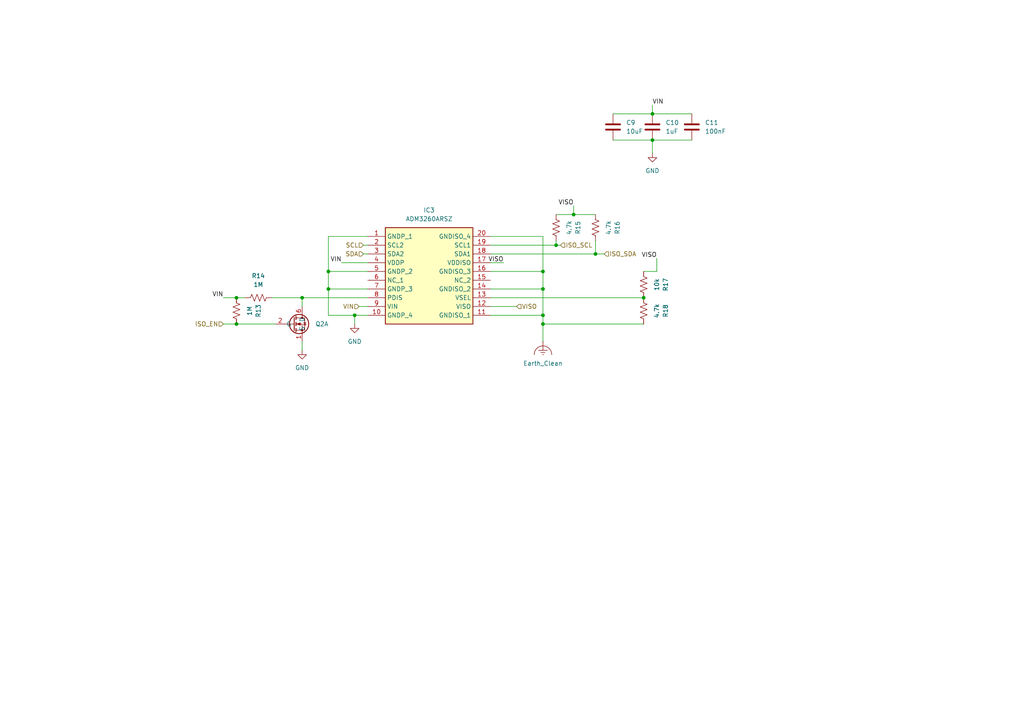
<source format=kicad_sch>
(kicad_sch (version 20250114) (generator "eeschema") (generator_version "9.0")
  (paper "A4")
  (lib_symbols
    (symbol "Device:C" (pin_numbers (hide yes)) (pin_names (offset 0.254))
      (property "Reference" "C" (at 0.635 2.54 0))
      (property "Value" "C" (at 0.635 -2.54 0))
      (symbol "C_0_1"
        (polyline (pts (xy -2.032 0.762) (xy 2.032 0.762)) (stroke (width 0.508)))
        (polyline (pts (xy -2.032 -0.762) (xy 2.032 -0.762)) (stroke (width 0.508)))
      )
      (symbol "C_1_1"
        (pin passive line (at 0 3.81 270) (length 2.794) (name "~") (number "1"))
        (pin passive line (at 0 -3.81 90) (length 2.794) (name "~") (number "2"))
      )
    )
    (symbol "Device:R_US" (pin_numbers (hide yes)) (pin_names (offset 0))
      (property "Reference" "R" (at 2.54 0 90))
      (property "Value" "R_US" (at -2.54 0 90))
      (symbol "R_US_0_1"
        (polyline (pts (xy 0 2.286) (xy 0 2.54)))
        (polyline (pts (xy 0 2.286) (xy 1.016 1.905) (xy 0 1.524) (xy -1.016 1.143) (xy 0 0.762)))
        (polyline (pts (xy 0 0.762) (xy 1.016 0.381) (xy 0 0) (xy -1.016 -0.381) (xy 0 -0.762)))
        (polyline (pts (xy 0 -0.762) (xy 1.016 -1.143) (xy 0 -1.524) (xy -1.016 -1.905) (xy 0 -2.286)))
        (polyline (pts (xy 0 -2.286) (xy 0 -2.54)))
      )
      (symbol "R_US_1_1"
        (pin passive line (at 0 3.81 270) (length 1.27) (name "~") (number "1"))
        (pin passive line (at 0 -3.81 90) (length 1.27) (name "~") (number "2"))
      )
    )
    (symbol "SamacSys_Parts:ADM3260ARSZ"
      (property "Reference" "IC" (at 31.75 7.62 0))
      (property "Value" "ADM3260ARSZ" (at 31.75 5.08 0))
      (symbol "ADM3260ARSZ_1_1"
        (rectangle (start 5.08 2.54) (end 30.48 -25.4) (stroke (width 0.254)) (fill (type background)))
        (pin passive line (at 0 0 0) (length 5.08) (name "GNDP_1") (number "1"))
        (pin passive line (at 0 -2.54 0) (length 5.08) (name "SCL2") (number "2"))
        (pin passive line (at 0 -5.08 0) (length 5.08) (name "SDA2") (number "3"))
        (pin passive line (at 0 -7.62 0) (length 5.08) (name "VDDP") (number "4"))
        (pin passive line (at 0 -10.16 0) (length 5.08) (name "GNDP_2") (number "5"))
        (pin passive line (at 0 -12.7 0) (length 5.08) (name "NC_1") (number "6"))
        (pin passive line (at 0 -15.24 0) (length 5.08) (name "GNDP_3") (number "7"))
        (pin passive line (at 0 -17.78 0) (length 5.08) (name "PDIS") (number "8"))
        (pin passive line (at 0 -20.32 0) (length 5.08) (name "VIN") (number "9"))
        (pin passive line (at 0 -22.86 0) (length 5.08) (name "GNDP_4") (number "10"))
        (pin passive line (at 35.56 0 180) (length 5.08) (name "GNDISO_4") (number "20"))
        (pin passive line (at 35.56 -2.54 180) (length 5.08) (name "SCL1") (number "19"))
        (pin passive line (at 35.56 -5.08 180) (length 5.08) (name "SDA1") (number "18"))
        (pin passive line (at 35.56 -7.62 180) (length 5.08) (name "VDDISO") (number "17"))
        (pin passive line (at 35.56 -10.16 180) (length 5.08) (name "GNDISO_3") (number "16"))
        (pin passive line (at 35.56 -12.7 180) (length 5.08) (name "NC_2") (number "15"))
        (pin passive line (at 35.56 -15.24 180) (length 5.08) (name "GNDISO_2") (number "14"))
        (pin passive line (at 35.56 -17.78 180) (length 5.08) (name "VSEL") (number "13"))
        (pin passive line (at 35.56 -20.32 180) (length 5.08) (name "VISO") (number "12"))
        (pin passive line (at 35.56 -22.86 180) (length 5.08) (name "GNDISO_1") (number "11"))
      )
    )
    (symbol "SamacSys_Parts:SSM6N35AFE,LF"
      (property "Reference" "Q" (at 2.794 6.604 0))
      (symbol "SSM6N35AFE,LF_1_1"
        (polyline (pts (xy -1.016 1.905) (xy -1.016 -1.905)) (stroke (width 0.254)))
        (polyline (pts (xy -1.016 0) (xy -3.81 0)))
        (polyline (pts (xy -0.508 2.286) (xy -0.508 1.27)) (stroke (width 0.254)))
        (polyline (pts (xy -0.508 0.508) (xy -0.508 -0.508)) (stroke (width 0.254)))
        (polyline (pts (xy -0.508 -1.27) (xy -0.508 -2.286)) (stroke (width 0.254)))
        (polyline (pts (xy -0.508 -1.778) (xy 2.032 -1.778) (xy 2.032 1.778) (xy -0.508 1.778)))
        (polyline (pts (xy -0.254 0) (xy 0.762 0.381) (xy 0.762 -0.381) (xy -0.254 0)) (fill (type outline)))
        (circle (center 0.381 0) (radius 2.794) (stroke (width 0.254)))
        (polyline (pts (xy 1.27 2.54) (xy 1.27 1.778)))
        (circle (center 1.27 1.778) (radius 0.254) (fill (type outline)))
        (circle (center 1.27 -1.778) (radius 0.254) (fill (type outline)))
        (polyline (pts (xy 1.27 -2.54) (xy 1.27 0) (xy -0.508 0)))
        (polyline (pts (xy 1.651 0.381) (xy 2.413 0.381)))
        (polyline (pts (xy 2.032 0.381) (xy 1.651 -0.254) (xy 2.413 -0.254) (xy 2.032 0.381)))
        (pin input line (at -6.35 0 0) (length 2.54) (name "G") (number "2"))
        (pin passive line (at 1.27 5.08 270) (length 2.54) (name "D") (number "6"))
        (pin passive line (at 1.27 -5.08 90) (length 2.54) (name "S") (number "1"))
      )
      (symbol "SSM6N35AFE,LF_2_1"
        (polyline (pts (xy -1.016 1.905) (xy -1.016 -1.905)) (stroke (width 0.254)))
        (polyline (pts (xy -1.016 0) (xy -3.81 0)))
        (polyline (pts (xy -0.508 2.286) (xy -0.508 1.27)) (stroke (width 0.254)))
        (polyline (pts (xy -0.508 0.508) (xy -0.508 -0.508)) (stroke (width 0.254)))
        (polyline (pts (xy -0.508 -1.27) (xy -0.508 -2.286)) (stroke (width 0.254)))
        (polyline (pts (xy -0.508 -1.778) (xy 2.032 -1.778) (xy 2.032 1.778) (xy -0.508 1.778)))
        (polyline (pts (xy -0.254 0) (xy 0.762 0.381) (xy 0.762 -0.381) (xy -0.254 0)) (fill (type outline)))
        (circle (center 0.381 0) (radius 2.794) (stroke (width 0.254)))
        (polyline (pts (xy 1.27 2.54) (xy 1.27 1.778)))
        (circle (center 1.27 1.778) (radius 0.254) (fill (type outline)))
        (circle (center 1.27 -1.778) (radius 0.254) (fill (type outline)))
        (polyline (pts (xy 1.27 -2.54) (xy 1.27 0) (xy -0.508 0)))
        (polyline (pts (xy 1.651 0.381) (xy 2.413 0.381)))
        (polyline (pts (xy 2.032 0.381) (xy 1.651 -0.254) (xy 2.413 -0.254) (xy 2.032 0.381)))
        (pin input line (at -6.35 0 0) (length 2.54) (name "G") (number "5"))
        (pin passive line (at 1.27 5.08 270) (length 2.54) (name "D") (number "3"))
        (pin passive line (at 1.27 -5.08 90) (length 2.54) (name "S") (number "4"))
      )
    )
    (symbol "power:Earth_Clean" (power) (pin_numbers (hide yes)) (pin_names (offset 0) (hide yes))
      (property "Value" "Earth_Clean" (at 0 -5.08 0))
      (symbol "Earth_Clean_0_1"
        (polyline (pts (xy -0.635 -3.175) (xy 0.635 -3.175)))
        (polyline (pts (xy -0.127 -3.81) (xy 0.127 -3.81)))
        (polyline (pts (xy 0 -2.54) (xy 0 0)))
        (arc (start -2.54 -3.81) (mid 0 -1.281) (end 2.54 -3.81))
        (polyline (pts (xy 1.27 -2.54) (xy -1.27 -2.54)))
      )
      (symbol "Earth_Clean_1_1"
        (pin power_in line (at 0 0 270) (length 0) (name "~") (number "1"))
      )
    )
    (symbol "power:GND" (power) (pin_numbers (hide yes)) (pin_names (offset 0) (hide yes))
      (property "Value" "GND" (at 0 -3.81 0))
      (symbol "GND_0_1"
        (polyline (pts (xy 0 0) (xy 0 -1.27) (xy 1.27 -1.27) (xy 0 -2.54) (xy -1.27 -1.27) (xy 0 -1.27)))
      )
      (symbol "GND_1_1"
        (pin power_in line (at 0 0 270) (length 0) (name "~") (number "1"))
      )
    )
  )
  (junction (at 157.48 78.74))
  (junction (at 68.58 93.98))
  (junction (at 189.23 33.02))
  (junction (at 68.58 86.36))
  (junction (at 166.37 62.23))
  (junction (at 189.23 40.64))
  (junction (at 95.25 83.82))
  (junction (at 157.48 83.82))
  (junction (at 157.48 91.44))
  (junction (at 87.63 86.36))
  (junction (at 95.25 78.74))
  (junction (at 186.69 86.36))
  (junction (at 102.87 91.44))
  (junction (at 161.29 71.12))
  (junction (at 157.48 93.98))
  (junction (at 172.72 73.66))
  (wire (pts (xy 102.87 91.44) (xy 102.87 93.98)))
  (wire (pts (xy 95.25 78.74) (xy 95.25 83.82)))
  (wire (pts (xy 161.29 71.12) (xy 142.24 71.12)))
  (wire (pts (xy 106.68 88.9) (xy 104.14 88.9)))
  (wire (pts (xy 95.25 83.82) (xy 95.25 91.44)))
  (wire (pts (xy 172.72 69.85) (xy 172.72 73.66)))
  (wire (pts (xy 105.41 71.12) (xy 106.68 71.12)))
  (wire (pts (xy 186.69 93.98) (xy 157.48 93.98)))
  (wire (pts (xy 157.48 83.82) (xy 142.24 83.82)))
  (wire (pts (xy 177.8 33.02) (xy 189.23 33.02)))
  (wire (pts (xy 175.26 73.66) (xy 172.72 73.66)))
  (wire (pts (xy 189.23 33.02) (xy 200.66 33.02)))
  (wire (pts (xy 106.68 86.36) (xy 87.63 86.36)))
  (wire (pts (xy 157.48 83.82) (xy 157.48 78.74)))
  (wire (pts (xy 157.48 78.74) (xy 142.24 78.74)))
  (wire (pts (xy 172.72 62.23) (xy 166.37 62.23)))
  (wire (pts (xy 142.24 73.66) (xy 172.72 73.66)))
  (wire (pts (xy 157.48 91.44) (xy 157.48 83.82)))
  (wire (pts (xy 95.25 68.58) (xy 95.25 78.74)))
  (wire (pts (xy 157.48 91.44) (xy 142.24 91.44)))
  (wire (pts (xy 190.5 74.93) (xy 190.5 78.74)))
  (wire (pts (xy 106.68 78.74) (xy 95.25 78.74)))
  (wire (pts (xy 186.69 86.36) (xy 142.24 86.36)))
  (wire (pts (xy 106.68 91.44) (xy 102.87 91.44)))
  (wire (pts (xy 166.37 62.23) (xy 161.29 62.23)))
  (wire (pts (xy 149.86 88.9) (xy 142.24 88.9)))
  (wire (pts (xy 161.29 69.85) (xy 161.29 71.12)))
  (wire (pts (xy 166.37 59.69) (xy 166.37 62.23)))
  (wire (pts (xy 87.63 86.36) (xy 78.74 86.36)))
  (wire (pts (xy 146.05 76.2) (xy 142.24 76.2)))
  (wire (pts (xy 189.23 40.64) (xy 200.66 40.64)))
  (wire (pts (xy 95.25 91.44) (xy 102.87 91.44)))
  (wire (pts (xy 68.58 86.36) (xy 64.77 86.36)))
  (wire (pts (xy 157.48 91.44) (xy 157.48 93.98)))
  (wire (pts (xy 71.12 86.36) (xy 68.58 86.36)))
  (wire (pts (xy 190.5 78.74) (xy 186.69 78.74)))
  (wire (pts (xy 106.68 68.58) (xy 95.25 68.58)))
  (wire (pts (xy 177.8 40.64) (xy 189.23 40.64)))
  (wire (pts (xy 157.48 68.58) (xy 157.48 78.74)))
  (wire (pts (xy 87.63 88.9) (xy 87.63 86.36)))
  (wire (pts (xy 157.48 99.06) (xy 157.48 93.98)))
  (wire (pts (xy 68.58 93.98) (xy 64.77 93.98)))
  (wire (pts (xy 161.29 71.12) (xy 162.56 71.12)))
  (wire (pts (xy 157.48 68.58) (xy 142.24 68.58)))
  (wire (pts (xy 105.41 73.66) (xy 106.68 73.66)))
  (wire (pts (xy 80.01 93.98) (xy 68.58 93.98)))
  (wire (pts (xy 189.23 40.64) (xy 189.23 44.45)))
  (wire (pts (xy 106.68 76.2) (xy 99.06 76.2)))
  (wire (pts (xy 87.63 99.06) (xy 87.63 101.6)))
  (wire (pts (xy 189.23 30.48) (xy 189.23 33.02)))
  (wire (pts (xy 106.68 83.82) (xy 95.25 83.82)))
  (label "VISO" (at 146.05 76.2 180))
  (label "VIN" (at 64.77 86.36 180))
  (label "VIN" (at 189.23 30.48 0))
  (label "VISO" (at 190.5 74.93 180))
  (label "VISO" (at 166.37 59.69 180))
  (label "VIN" (at 99.06 76.2 180))
  (hierarchical_label "VISO" (shape input) (at 149.86 88.9 0))
  (hierarchical_label "VIN" (shape input) (at 104.14 88.9 180))
  (hierarchical_label "SCL" (shape input) (at 105.41 71.12 180))
  (hierarchical_label "SDA" (shape input) (at 105.41 73.66 180))
  (hierarchical_label "ISO_EN" (shape input) (at 64.77 93.98 180))
  (hierarchical_label "ISO_SDA" (shape input) (at 175.26 73.66 0))
  (hierarchical_label "ISO_SCL" (shape input) (at 162.56 71.12 0))
  (symbol (lib_id "power:GND") (at 102.87 93.98 0) (mirror y) (unit 1)
    (property "Reference" "#PWR026" (effects (hide yes)))
    (property "Value" "GND" (at 102.87 99.06 0))
    (property "Description" "Power symbol creates a global label with name \"GND\" , ground" (effects (hide yes)))
  )
  (symbol (lib_id "power:GND") (at 87.63 101.6 0) (mirror y) (unit 1)
    (property "Reference" "#PWR025" (effects (hide yes)))
    (property "Value" "GND" (at 87.63 106.68 0))
    (property "Description" "Power symbol creates a global label with name \"GND\" , ground" (effects (hide yes)))
  )
  (symbol (lib_id "SamacSys_Parts:ADM3260ARSZ") (at 106.68 68.58 0) (unit 1)
    (property "Reference" "IC3" (at 124.46 60.96 0))
    (property "Value" "ADM3260ARSZ" (at 124.46 63.5 0))
    (property "Footprint" "SamacSys_Parts:SOP65P780X200-20N" (effects (hide yes)))
    (property "Description" "Analog Devices ADM3260ARSZ PCB SMT 4-channel Digital Isolator, 2500 Vrms, 20-Pin SSOP" (effects (hide yes)))
    (property "Height" "2" (effects (hide yes)))
    (property "Mouser Part Number" "584-ADM3260ARSZ" (effects (hide yes)))
    (property "Mouser Price/Stock" "https://www.mouser.co.uk/ProductDetail/Analog-Devices/ADM3260ARSZ?qs=JtunSoW0QGEwDZD1i%2FcOEQ%3D%3D" (effects (hide yes)))
    (property "Manufacturer_Name" "Analog Devices" (effects (hide yes)))
    (property "Manufacturer_Part_Number" "ADM3260ARSZ" (effects (hide yes)))
  )
  (symbol (lib_id "Device:R_US") (at 74.93 86.36 90) (unit 1)
    (property "Reference" "R14" (at 74.93 80.01 90))
    (property "Value" "1M" (at 74.93 82.55 90))
    (property "Footprint" "Resistor_SMD:R_0603_1608Metric_Pad0.98x0.95mm_HandSolder" (effects (hide yes)))
    (property "Description" "Resistor, US symbol" (effects (hide yes)))
    (property "LCSC Part Number" "C22935" (effects (hide yes)))
    (property "JLCPCB Part #" "C22935" (effects (hide yes)))
  )
  (symbol (lib_id "Device:C") (at 177.8 36.83 0) (unit 1)
    (property "Reference" "C9" (at 181.61 35.5599 0) (effects (justify left)))
    (property "Value" "10uF" (at 181.61 38.0999 0) (effects (justify left)))
    (property "Footprint" "Capacitor_SMD:C_0603_1608Metric_Pad1.08x0.95mm_HandSolder" (effects (hide yes)))
    (property "Description" "Unpolarized capacitor" (effects (hide yes)))
    (property "LCSC Part Number" "C194427" (effects (hide yes)))
    (property "JLCPCB Part #" "C194427" (effects (hide yes)))
  )
  (symbol (lib_id "Device:R_US") (at 172.72 66.04 0) (unit 1)
    (property "Reference" "R16" (at 179.07 66.04 90))
    (property "Value" "4.7k" (at 176.53 66.04 90))
    (property "Footprint" "Resistor_SMD:R_0603_1608Metric_Pad0.98x0.95mm_HandSolder" (effects (hide yes)))
    (property "Description" "Resistor, US symbol" (effects (hide yes)))
    (property "LCSC Part Number" "C99782" (effects (hide yes)))
    (property "JLCPCB Part #" "C99782" (effects (hide yes)))
  )
  (symbol (lib_id "Device:R_US") (at 68.58 90.17 0) (unit 1)
    (property "Reference" "R13" (at 74.93 90.17 90))
    (property "Value" "1M" (at 72.39 90.17 90))
    (property "Footprint" "Resistor_SMD:R_0603_1608Metric_Pad0.98x0.95mm_HandSolder" (effects (hide yes)))
    (property "Description" "Resistor, US symbol" (effects (hide yes)))
    (property "LCSC Part Number" "C22935" (effects (hide yes)))
    (property "JLCPCB Part #" "C22935" (effects (hide yes)))
  )
  (symbol (lib_id "power:GND") (at 189.23 44.45 0) (unit 1)
    (property "Reference" "#PWR028" (effects (hide yes)))
    (property "Value" "GND" (at 189.23 49.53 0))
    (property "Description" "Power symbol creates a global label with name \"GND\" , ground" (effects (hide yes)))
  )
  (symbol (lib_id "Device:C") (at 189.23 36.83 0) (unit 1)
    (property "Reference" "C10" (at 193.04 35.5599 0) (effects (justify left)))
    (property "Value" "1uF" (at 193.04 38.0999 0) (effects (justify left)))
    (property "Footprint" "Capacitor_SMD:C_0603_1608Metric_Pad1.08x0.95mm_HandSolder" (effects (hide yes)))
    (property "Description" "Unpolarized capacitor" (effects (hide yes)))
    (property "LCSC Part Number" "C15849" (effects (hide yes)))
    (property "JLCPCB Part #" "C15849" (effects (hide yes)))
  )
  (symbol (lib_id "Device:R_US") (at 186.69 82.55 0) (unit 1)
    (property "Reference" "R17" (at 193.04 82.55 90))
    (property "Value" "10k" (at 190.5 82.55 90))
    (property "Footprint" "Resistor_SMD:R_0603_1608Metric_Pad0.98x0.95mm_HandSolder" (effects (hide yes)))
    (property "Description" "Resistor, US symbol" (effects (hide yes)))
    (property "LCSC Part Number" "C98220" (effects (hide yes)))
    (property "JLCPCB Part #" "C98220" (effects (hide yes)))
  )
  (symbol (lib_id "power:Earth_Clean") (at 157.48 99.06 0) (mirror y) (unit 1)
    (property "Reference" "#PWR027" (effects (hide yes)))
    (property "Value" "Earth_Clean" (at 157.48 105.41 0))
    (property "Description" "Power symbol creates a global label with name \"Earth_Clean\"" (effects (hide yes)))
  )
  (symbol (lib_id "SamacSys_Parts:SSM6N35AFE,LF") (at 86.36 93.98 0) (unit 1)
    (property "Reference" "Q2" (at 91.44 93.9799 0) (effects (justify left)))
    (property "Value" "SSM6N35AFE,LF" (effects (hide yes)))
    (property "Footprint" "SamacSys_Parts:SOTFL50P160X60-6N" (effects (hide yes)))
    (property "Datasheet" "http://toshiba.semicon-storage.com/info/docget.jsp?did=55422&prodName=SSM6N35AFE" (effects (hide yes)))
    (property "Description" "MOSFET LowON Res MOSFET ID=.25A VDSS=20V" (effects (hide yes)))
    (property "Height" "0.6" (effects (hide yes)))
    (property "Mouser Part Number" "757-SSM6N35AFELF" (effects (hide yes)))
    (property "Mouser Price/Stock" "https://www.mouser.co.uk/ProductDetail/Toshiba/SSM6N35AFELF?qs=BZBei1rCqCAZRZlXQuST4g%3D%3D" (effects (hide yes)))
    (property "Manufacturer_Name" "Toshiba" (effects (hide yes)))
    (property "Manufacturer_Part_Number" "SSM6N35AFE,LF" (effects (hide yes)))
  )
  (symbol (lib_id "Device:C") (at 200.66 36.83 0) (unit 1)
    (property "Reference" "C11" (at 204.47 35.5599 0) (effects (justify left)))
    (property "Value" "100nF" (at 204.47 38.0999 0) (effects (justify left)))
    (property "Footprint" "Capacitor_SMD:C_0603_1608Metric_Pad1.08x0.95mm_HandSolder" (effects (hide yes)))
    (property "Description" "Unpolarized capacitor" (effects (hide yes)))
    (property "LCSC Part Number" "C14663" (effects (hide yes)))
    (property "JLCPCB Part #" "C14663" (effects (hide yes)))
  )
  (symbol (lib_id "Device:R_US") (at 161.29 66.04 0) (unit 1)
    (property "Reference" "R15" (at 167.64 66.04 90))
    (property "Value" "4.7k" (at 165.1 66.04 90))
    (property "Footprint" "Resistor_SMD:R_0603_1608Metric_Pad0.98x0.95mm_HandSolder" (effects (hide yes)))
    (property "Description" "Resistor, US symbol" (effects (hide yes)))
    (property "LCSC Part Number" "C99782" (effects (hide yes)))
    (property "JLCPCB Part #" "C99782" (effects (hide yes)))
  )
  (symbol (lib_id "Device:R_US") (at 186.69 90.17 0) (unit 1)
    (property "Reference" "R18" (at 193.04 90.17 90))
    (property "Value" "4.7k" (at 190.5 90.17 90))
    (property "Footprint" "Resistor_SMD:R_0603_1608Metric_Pad0.98x0.95mm_HandSolder" (effects (hide yes)))
    (property "Description" "Resistor, US symbol" (effects (hide yes)))
    (property "LCSC Part Number" "C99782" (effects (hide yes)))
    (property "JLCPCB Part #" "C99782" (effects (hide yes)))
  )
)
</source>
